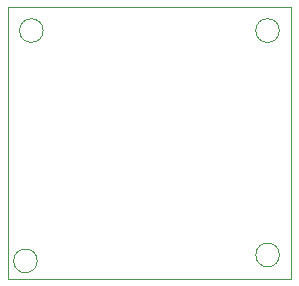
<source format=gbr>
G04 #@! TF.GenerationSoftware,KiCad,Pcbnew,(6.0.4)*
G04 #@! TF.CreationDate,2023-02-21T11:54:07-08:00*
G04 #@! TF.ProjectId,Lab4_Exercise2,4c616234-5f45-4786-9572-63697365322e,rev?*
G04 #@! TF.SameCoordinates,Original*
G04 #@! TF.FileFunction,Profile,NP*
%FSLAX46Y46*%
G04 Gerber Fmt 4.6, Leading zero omitted, Abs format (unit mm)*
G04 Created by KiCad (PCBNEW (6.0.4)) date 2023-02-21 11:54:07*
%MOMM*%
%LPD*%
G01*
G04 APERTURE LIST*
G04 #@! TA.AperFunction,Profile*
%ADD10C,0.100000*%
G04 #@! TD*
G04 APERTURE END LIST*
D10*
X146000000Y-88000000D02*
G75*
G03*
X146000000Y-88000000I-1000000J0D01*
G01*
X167000000Y-109000000D02*
X167000000Y-86000000D01*
X145500000Y-107500000D02*
G75*
G03*
X145500000Y-107500000I-1000000J0D01*
G01*
X143000000Y-109000000D02*
X167000000Y-109000000D01*
X166000000Y-107000000D02*
G75*
G03*
X166000000Y-107000000I-1000000J0D01*
G01*
X166000000Y-88000000D02*
G75*
G03*
X166000000Y-88000000I-1000000J0D01*
G01*
X143000000Y-86000000D02*
X143000000Y-109000000D01*
X167000000Y-86000000D02*
X143000000Y-86000000D01*
M02*

</source>
